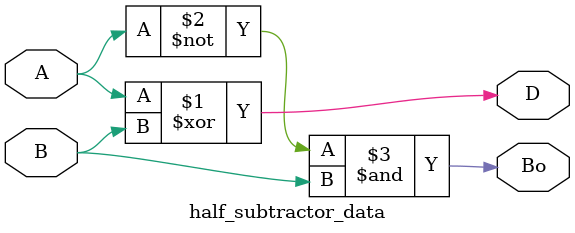
<source format=v>
module half_subtractor_data(A, B, D, Bo);
  input A, B;
  output D, Bo;
  
  assign D = A ^ B;
  assign Bo = ~A & B;
endmodule


</source>
